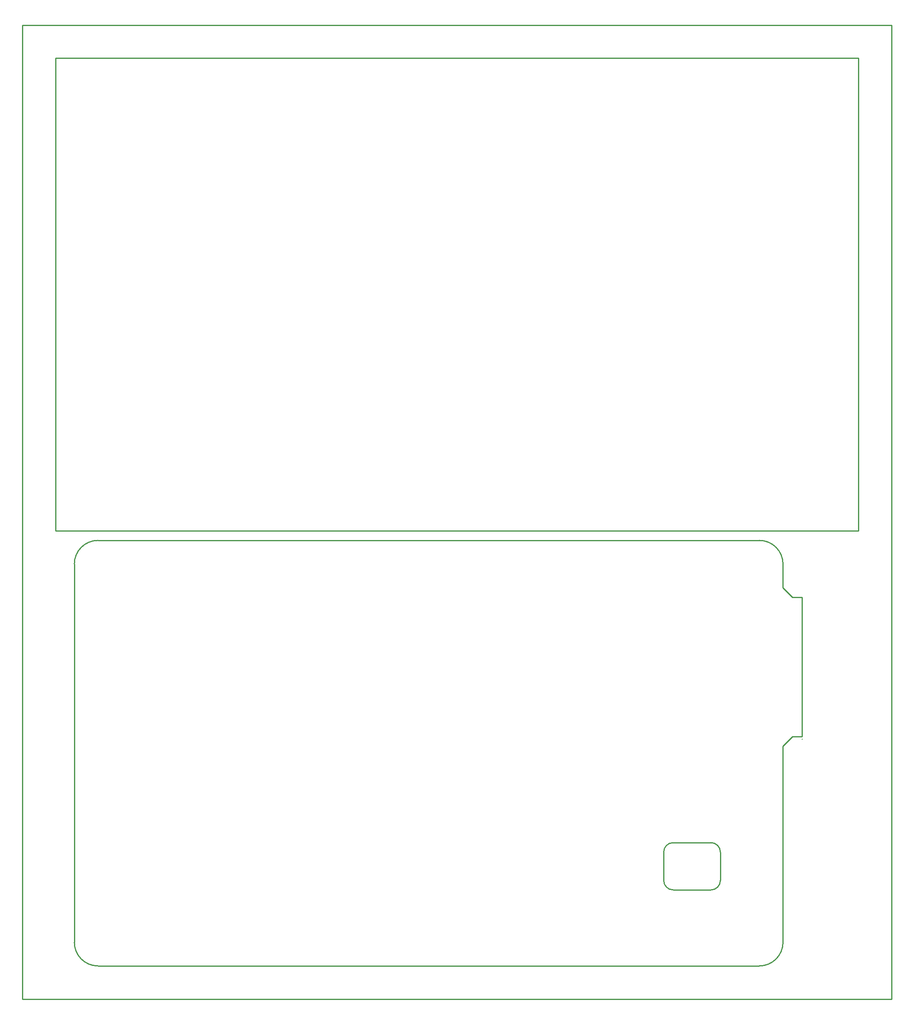
<source format=gbr>
%TF.GenerationSoftware,Altium Limited,Altium Designer,22.5.1 (42)*%
G04 Layer_Color=32768*
%FSLAX43Y43*%
%MOMM*%
%TF.SameCoordinates,1CDD9A58-554C-4E31-8E55-BAED9532D10C*%
%TF.FilePolarity,Positive*%
%TF.FileFunction,Other,Outline*%
%TF.Part,CustomerPanel*%
G01*
G75*
%TA.AperFunction,NonConductor*%
%ADD119C,0.254*%
D119*
X184000Y0D02*
Y206000D01*
X-0Y0D02*
X184000D01*
X0Y206000D02*
X184000D01*
X-0Y0D02*
Y206000D01*
X7000Y99000D02*
X177000D01*
X177000Y199000D02*
X177000Y99000D01*
X7000Y199000D02*
X177000D01*
X7000Y99000D02*
Y199000D01*
X145750Y23075D02*
G03*
X147750Y25075I0J2000D01*
G01*
Y31075D02*
G03*
X145750Y33075I-2000J0D01*
G01*
X137750D02*
G03*
X135750Y31075I0J-2000D01*
G01*
Y25075D02*
G03*
X137750Y23075I2000J0D01*
G01*
X16000Y97000D02*
G03*
X11000Y92000I0J-5000D01*
G01*
X161000D02*
G03*
X156000Y97000I-5000J0D01*
G01*
X11000Y12000D02*
G03*
X16000Y7000I5000J0D01*
G01*
X156000D02*
G03*
X161000Y12000I0J5000D01*
G01*
Y53000D02*
Y53500D01*
X163000Y55500D01*
X165000D01*
X161000Y53000D02*
X161000Y53000D01*
X161000Y52000D02*
Y53000D01*
X162000Y86000D02*
X163000Y85000D01*
X161000Y87000D02*
Y88000D01*
Y87000D02*
X162000Y86000D01*
X163000Y85000D02*
X165000D01*
Y84000D02*
Y85000D01*
X165000Y55000D02*
X165000Y55000D01*
Y55500D02*
Y56000D01*
X147750Y25075D02*
Y31075D01*
X137750Y23075D02*
X145750D01*
X137750Y33075D02*
X145750D01*
X135750Y25075D02*
Y31075D01*
X161000Y88000D02*
Y92000D01*
X165000Y83000D02*
Y84000D01*
X16000Y97000D02*
X156000D01*
X16000Y7000D02*
X156000D01*
X161000Y52000D02*
X161000Y12000D01*
X165000Y56000D02*
X165000Y83000D01*
X11000Y12000D02*
X11000Y92000D01*
%TF.MD5,437c955483637b275dbed76620973ef3*%
M02*

</source>
